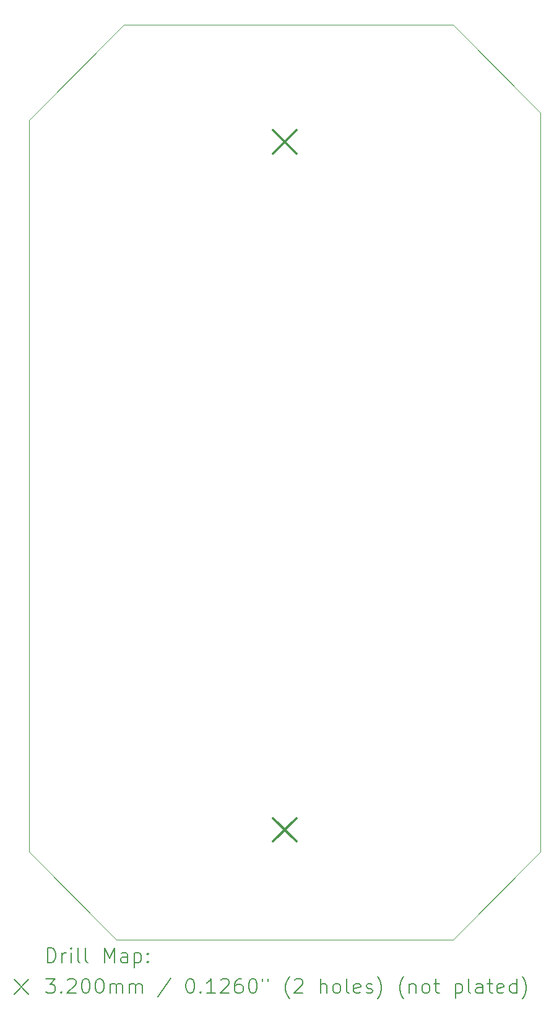
<source format=gbr>
%FSLAX45Y45*%
G04 Gerber Fmt 4.5, Leading zero omitted, Abs format (unit mm)*
G04 Created by KiCad (PCBNEW 6.0.2+dfsg-1) date 2022-11-08 00:19:26*
%MOMM*%
%LPD*%
G01*
G04 APERTURE LIST*
%TA.AperFunction,Profile*%
%ADD10C,0.100000*%
%TD*%
%ADD11C,0.200000*%
%ADD12C,0.320000*%
G04 APERTURE END LIST*
D10*
X13800000Y-5500000D02*
X13800000Y-15600000D01*
X13800000Y-15600000D02*
X12600000Y-16800000D01*
X12600000Y-16800000D02*
X8000000Y-16800000D01*
X8000000Y-16800000D02*
X6800000Y-15600000D01*
X6800000Y-15600000D02*
X6800000Y-5600000D01*
X6800000Y-5600000D02*
X8100000Y-4300000D01*
X8100000Y-4300000D02*
X12600000Y-4300000D01*
X12600000Y-4300000D02*
X13800000Y-5500000D01*
D11*
D12*
X10140000Y-5740000D02*
X10460000Y-6060000D01*
X10460000Y-5740000D02*
X10140000Y-6060000D01*
X10140000Y-15140000D02*
X10460000Y-15460000D01*
X10460000Y-15140000D02*
X10140000Y-15460000D01*
D11*
X7052619Y-17115476D02*
X7052619Y-16915476D01*
X7100238Y-16915476D01*
X7128809Y-16925000D01*
X7147857Y-16944048D01*
X7157381Y-16963095D01*
X7166905Y-17001190D01*
X7166905Y-17029762D01*
X7157381Y-17067857D01*
X7147857Y-17086905D01*
X7128809Y-17105952D01*
X7100238Y-17115476D01*
X7052619Y-17115476D01*
X7252619Y-17115476D02*
X7252619Y-16982143D01*
X7252619Y-17020238D02*
X7262143Y-17001190D01*
X7271667Y-16991667D01*
X7290714Y-16982143D01*
X7309762Y-16982143D01*
X7376428Y-17115476D02*
X7376428Y-16982143D01*
X7376428Y-16915476D02*
X7366905Y-16925000D01*
X7376428Y-16934524D01*
X7385952Y-16925000D01*
X7376428Y-16915476D01*
X7376428Y-16934524D01*
X7500238Y-17115476D02*
X7481190Y-17105952D01*
X7471667Y-17086905D01*
X7471667Y-16915476D01*
X7605000Y-17115476D02*
X7585952Y-17105952D01*
X7576428Y-17086905D01*
X7576428Y-16915476D01*
X7833571Y-17115476D02*
X7833571Y-16915476D01*
X7900238Y-17058333D01*
X7966905Y-16915476D01*
X7966905Y-17115476D01*
X8147857Y-17115476D02*
X8147857Y-17010714D01*
X8138333Y-16991667D01*
X8119286Y-16982143D01*
X8081190Y-16982143D01*
X8062143Y-16991667D01*
X8147857Y-17105952D02*
X8128809Y-17115476D01*
X8081190Y-17115476D01*
X8062143Y-17105952D01*
X8052619Y-17086905D01*
X8052619Y-17067857D01*
X8062143Y-17048810D01*
X8081190Y-17039286D01*
X8128809Y-17039286D01*
X8147857Y-17029762D01*
X8243095Y-16982143D02*
X8243095Y-17182143D01*
X8243095Y-16991667D02*
X8262143Y-16982143D01*
X8300238Y-16982143D01*
X8319286Y-16991667D01*
X8328809Y-17001190D01*
X8338333Y-17020238D01*
X8338333Y-17077381D01*
X8328809Y-17096429D01*
X8319286Y-17105952D01*
X8300238Y-17115476D01*
X8262143Y-17115476D01*
X8243095Y-17105952D01*
X8424048Y-17096429D02*
X8433571Y-17105952D01*
X8424048Y-17115476D01*
X8414524Y-17105952D01*
X8424048Y-17096429D01*
X8424048Y-17115476D01*
X8424048Y-16991667D02*
X8433571Y-17001190D01*
X8424048Y-17010714D01*
X8414524Y-17001190D01*
X8424048Y-16991667D01*
X8424048Y-17010714D01*
X6595000Y-17345000D02*
X6795000Y-17545000D01*
X6795000Y-17345000D02*
X6595000Y-17545000D01*
X7033571Y-17335476D02*
X7157381Y-17335476D01*
X7090714Y-17411667D01*
X7119286Y-17411667D01*
X7138333Y-17421190D01*
X7147857Y-17430714D01*
X7157381Y-17449762D01*
X7157381Y-17497381D01*
X7147857Y-17516429D01*
X7138333Y-17525952D01*
X7119286Y-17535476D01*
X7062143Y-17535476D01*
X7043095Y-17525952D01*
X7033571Y-17516429D01*
X7243095Y-17516429D02*
X7252619Y-17525952D01*
X7243095Y-17535476D01*
X7233571Y-17525952D01*
X7243095Y-17516429D01*
X7243095Y-17535476D01*
X7328809Y-17354524D02*
X7338333Y-17345000D01*
X7357381Y-17335476D01*
X7405000Y-17335476D01*
X7424048Y-17345000D01*
X7433571Y-17354524D01*
X7443095Y-17373571D01*
X7443095Y-17392619D01*
X7433571Y-17421190D01*
X7319286Y-17535476D01*
X7443095Y-17535476D01*
X7566905Y-17335476D02*
X7585952Y-17335476D01*
X7605000Y-17345000D01*
X7614524Y-17354524D01*
X7624048Y-17373571D01*
X7633571Y-17411667D01*
X7633571Y-17459286D01*
X7624048Y-17497381D01*
X7614524Y-17516429D01*
X7605000Y-17525952D01*
X7585952Y-17535476D01*
X7566905Y-17535476D01*
X7547857Y-17525952D01*
X7538333Y-17516429D01*
X7528809Y-17497381D01*
X7519286Y-17459286D01*
X7519286Y-17411667D01*
X7528809Y-17373571D01*
X7538333Y-17354524D01*
X7547857Y-17345000D01*
X7566905Y-17335476D01*
X7757381Y-17335476D02*
X7776428Y-17335476D01*
X7795476Y-17345000D01*
X7805000Y-17354524D01*
X7814524Y-17373571D01*
X7824048Y-17411667D01*
X7824048Y-17459286D01*
X7814524Y-17497381D01*
X7805000Y-17516429D01*
X7795476Y-17525952D01*
X7776428Y-17535476D01*
X7757381Y-17535476D01*
X7738333Y-17525952D01*
X7728809Y-17516429D01*
X7719286Y-17497381D01*
X7709762Y-17459286D01*
X7709762Y-17411667D01*
X7719286Y-17373571D01*
X7728809Y-17354524D01*
X7738333Y-17345000D01*
X7757381Y-17335476D01*
X7909762Y-17535476D02*
X7909762Y-17402143D01*
X7909762Y-17421190D02*
X7919286Y-17411667D01*
X7938333Y-17402143D01*
X7966905Y-17402143D01*
X7985952Y-17411667D01*
X7995476Y-17430714D01*
X7995476Y-17535476D01*
X7995476Y-17430714D02*
X8005000Y-17411667D01*
X8024048Y-17402143D01*
X8052619Y-17402143D01*
X8071667Y-17411667D01*
X8081190Y-17430714D01*
X8081190Y-17535476D01*
X8176428Y-17535476D02*
X8176428Y-17402143D01*
X8176428Y-17421190D02*
X8185952Y-17411667D01*
X8205000Y-17402143D01*
X8233571Y-17402143D01*
X8252619Y-17411667D01*
X8262143Y-17430714D01*
X8262143Y-17535476D01*
X8262143Y-17430714D02*
X8271667Y-17411667D01*
X8290714Y-17402143D01*
X8319286Y-17402143D01*
X8338333Y-17411667D01*
X8347857Y-17430714D01*
X8347857Y-17535476D01*
X8738333Y-17325952D02*
X8566905Y-17583095D01*
X8995476Y-17335476D02*
X9014524Y-17335476D01*
X9033571Y-17345000D01*
X9043095Y-17354524D01*
X9052619Y-17373571D01*
X9062143Y-17411667D01*
X9062143Y-17459286D01*
X9052619Y-17497381D01*
X9043095Y-17516429D01*
X9033571Y-17525952D01*
X9014524Y-17535476D01*
X8995476Y-17535476D01*
X8976429Y-17525952D01*
X8966905Y-17516429D01*
X8957381Y-17497381D01*
X8947857Y-17459286D01*
X8947857Y-17411667D01*
X8957381Y-17373571D01*
X8966905Y-17354524D01*
X8976429Y-17345000D01*
X8995476Y-17335476D01*
X9147857Y-17516429D02*
X9157381Y-17525952D01*
X9147857Y-17535476D01*
X9138333Y-17525952D01*
X9147857Y-17516429D01*
X9147857Y-17535476D01*
X9347857Y-17535476D02*
X9233571Y-17535476D01*
X9290714Y-17535476D02*
X9290714Y-17335476D01*
X9271667Y-17364048D01*
X9252619Y-17383095D01*
X9233571Y-17392619D01*
X9424048Y-17354524D02*
X9433571Y-17345000D01*
X9452619Y-17335476D01*
X9500238Y-17335476D01*
X9519286Y-17345000D01*
X9528810Y-17354524D01*
X9538333Y-17373571D01*
X9538333Y-17392619D01*
X9528810Y-17421190D01*
X9414524Y-17535476D01*
X9538333Y-17535476D01*
X9709762Y-17335476D02*
X9671667Y-17335476D01*
X9652619Y-17345000D01*
X9643095Y-17354524D01*
X9624048Y-17383095D01*
X9614524Y-17421190D01*
X9614524Y-17497381D01*
X9624048Y-17516429D01*
X9633571Y-17525952D01*
X9652619Y-17535476D01*
X9690714Y-17535476D01*
X9709762Y-17525952D01*
X9719286Y-17516429D01*
X9728810Y-17497381D01*
X9728810Y-17449762D01*
X9719286Y-17430714D01*
X9709762Y-17421190D01*
X9690714Y-17411667D01*
X9652619Y-17411667D01*
X9633571Y-17421190D01*
X9624048Y-17430714D01*
X9614524Y-17449762D01*
X9852619Y-17335476D02*
X9871667Y-17335476D01*
X9890714Y-17345000D01*
X9900238Y-17354524D01*
X9909762Y-17373571D01*
X9919286Y-17411667D01*
X9919286Y-17459286D01*
X9909762Y-17497381D01*
X9900238Y-17516429D01*
X9890714Y-17525952D01*
X9871667Y-17535476D01*
X9852619Y-17535476D01*
X9833571Y-17525952D01*
X9824048Y-17516429D01*
X9814524Y-17497381D01*
X9805000Y-17459286D01*
X9805000Y-17411667D01*
X9814524Y-17373571D01*
X9824048Y-17354524D01*
X9833571Y-17345000D01*
X9852619Y-17335476D01*
X9995476Y-17335476D02*
X9995476Y-17373571D01*
X10071667Y-17335476D02*
X10071667Y-17373571D01*
X10366905Y-17611667D02*
X10357381Y-17602143D01*
X10338333Y-17573571D01*
X10328810Y-17554524D01*
X10319286Y-17525952D01*
X10309762Y-17478333D01*
X10309762Y-17440238D01*
X10319286Y-17392619D01*
X10328810Y-17364048D01*
X10338333Y-17345000D01*
X10357381Y-17316429D01*
X10366905Y-17306905D01*
X10433571Y-17354524D02*
X10443095Y-17345000D01*
X10462143Y-17335476D01*
X10509762Y-17335476D01*
X10528810Y-17345000D01*
X10538333Y-17354524D01*
X10547857Y-17373571D01*
X10547857Y-17392619D01*
X10538333Y-17421190D01*
X10424048Y-17535476D01*
X10547857Y-17535476D01*
X10785952Y-17535476D02*
X10785952Y-17335476D01*
X10871667Y-17535476D02*
X10871667Y-17430714D01*
X10862143Y-17411667D01*
X10843095Y-17402143D01*
X10814524Y-17402143D01*
X10795476Y-17411667D01*
X10785952Y-17421190D01*
X10995476Y-17535476D02*
X10976429Y-17525952D01*
X10966905Y-17516429D01*
X10957381Y-17497381D01*
X10957381Y-17440238D01*
X10966905Y-17421190D01*
X10976429Y-17411667D01*
X10995476Y-17402143D01*
X11024048Y-17402143D01*
X11043095Y-17411667D01*
X11052619Y-17421190D01*
X11062143Y-17440238D01*
X11062143Y-17497381D01*
X11052619Y-17516429D01*
X11043095Y-17525952D01*
X11024048Y-17535476D01*
X10995476Y-17535476D01*
X11176429Y-17535476D02*
X11157381Y-17525952D01*
X11147857Y-17506905D01*
X11147857Y-17335476D01*
X11328809Y-17525952D02*
X11309762Y-17535476D01*
X11271667Y-17535476D01*
X11252619Y-17525952D01*
X11243095Y-17506905D01*
X11243095Y-17430714D01*
X11252619Y-17411667D01*
X11271667Y-17402143D01*
X11309762Y-17402143D01*
X11328809Y-17411667D01*
X11338333Y-17430714D01*
X11338333Y-17449762D01*
X11243095Y-17468810D01*
X11414524Y-17525952D02*
X11433571Y-17535476D01*
X11471667Y-17535476D01*
X11490714Y-17525952D01*
X11500238Y-17506905D01*
X11500238Y-17497381D01*
X11490714Y-17478333D01*
X11471667Y-17468810D01*
X11443095Y-17468810D01*
X11424048Y-17459286D01*
X11414524Y-17440238D01*
X11414524Y-17430714D01*
X11424048Y-17411667D01*
X11443095Y-17402143D01*
X11471667Y-17402143D01*
X11490714Y-17411667D01*
X11566905Y-17611667D02*
X11576428Y-17602143D01*
X11595476Y-17573571D01*
X11605000Y-17554524D01*
X11614524Y-17525952D01*
X11624048Y-17478333D01*
X11624048Y-17440238D01*
X11614524Y-17392619D01*
X11605000Y-17364048D01*
X11595476Y-17345000D01*
X11576428Y-17316429D01*
X11566905Y-17306905D01*
X11928809Y-17611667D02*
X11919286Y-17602143D01*
X11900238Y-17573571D01*
X11890714Y-17554524D01*
X11881190Y-17525952D01*
X11871667Y-17478333D01*
X11871667Y-17440238D01*
X11881190Y-17392619D01*
X11890714Y-17364048D01*
X11900238Y-17345000D01*
X11919286Y-17316429D01*
X11928809Y-17306905D01*
X12005000Y-17402143D02*
X12005000Y-17535476D01*
X12005000Y-17421190D02*
X12014524Y-17411667D01*
X12033571Y-17402143D01*
X12062143Y-17402143D01*
X12081190Y-17411667D01*
X12090714Y-17430714D01*
X12090714Y-17535476D01*
X12214524Y-17535476D02*
X12195476Y-17525952D01*
X12185952Y-17516429D01*
X12176428Y-17497381D01*
X12176428Y-17440238D01*
X12185952Y-17421190D01*
X12195476Y-17411667D01*
X12214524Y-17402143D01*
X12243095Y-17402143D01*
X12262143Y-17411667D01*
X12271667Y-17421190D01*
X12281190Y-17440238D01*
X12281190Y-17497381D01*
X12271667Y-17516429D01*
X12262143Y-17525952D01*
X12243095Y-17535476D01*
X12214524Y-17535476D01*
X12338333Y-17402143D02*
X12414524Y-17402143D01*
X12366905Y-17335476D02*
X12366905Y-17506905D01*
X12376428Y-17525952D01*
X12395476Y-17535476D01*
X12414524Y-17535476D01*
X12633571Y-17402143D02*
X12633571Y-17602143D01*
X12633571Y-17411667D02*
X12652619Y-17402143D01*
X12690714Y-17402143D01*
X12709762Y-17411667D01*
X12719286Y-17421190D01*
X12728809Y-17440238D01*
X12728809Y-17497381D01*
X12719286Y-17516429D01*
X12709762Y-17525952D01*
X12690714Y-17535476D01*
X12652619Y-17535476D01*
X12633571Y-17525952D01*
X12843095Y-17535476D02*
X12824048Y-17525952D01*
X12814524Y-17506905D01*
X12814524Y-17335476D01*
X13005000Y-17535476D02*
X13005000Y-17430714D01*
X12995476Y-17411667D01*
X12976428Y-17402143D01*
X12938333Y-17402143D01*
X12919286Y-17411667D01*
X13005000Y-17525952D02*
X12985952Y-17535476D01*
X12938333Y-17535476D01*
X12919286Y-17525952D01*
X12909762Y-17506905D01*
X12909762Y-17487857D01*
X12919286Y-17468810D01*
X12938333Y-17459286D01*
X12985952Y-17459286D01*
X13005000Y-17449762D01*
X13071667Y-17402143D02*
X13147857Y-17402143D01*
X13100238Y-17335476D02*
X13100238Y-17506905D01*
X13109762Y-17525952D01*
X13128809Y-17535476D01*
X13147857Y-17535476D01*
X13290714Y-17525952D02*
X13271667Y-17535476D01*
X13233571Y-17535476D01*
X13214524Y-17525952D01*
X13205000Y-17506905D01*
X13205000Y-17430714D01*
X13214524Y-17411667D01*
X13233571Y-17402143D01*
X13271667Y-17402143D01*
X13290714Y-17411667D01*
X13300238Y-17430714D01*
X13300238Y-17449762D01*
X13205000Y-17468810D01*
X13471667Y-17535476D02*
X13471667Y-17335476D01*
X13471667Y-17525952D02*
X13452619Y-17535476D01*
X13414524Y-17535476D01*
X13395476Y-17525952D01*
X13385952Y-17516429D01*
X13376428Y-17497381D01*
X13376428Y-17440238D01*
X13385952Y-17421190D01*
X13395476Y-17411667D01*
X13414524Y-17402143D01*
X13452619Y-17402143D01*
X13471667Y-17411667D01*
X13547857Y-17611667D02*
X13557381Y-17602143D01*
X13576428Y-17573571D01*
X13585952Y-17554524D01*
X13595476Y-17525952D01*
X13605000Y-17478333D01*
X13605000Y-17440238D01*
X13595476Y-17392619D01*
X13585952Y-17364048D01*
X13576428Y-17345000D01*
X13557381Y-17316429D01*
X13547857Y-17306905D01*
M02*

</source>
